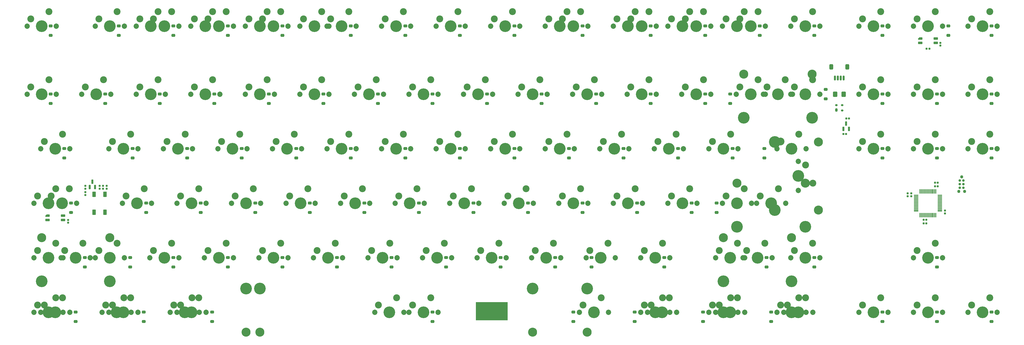
<source format=gbr>
%TF.GenerationSoftware,KiCad,Pcbnew,8.0.4*%
%TF.CreationDate,2024-07-23T19:32:07+08:00*%
%TF.ProjectId,X88J,5838384a-2e6b-4696-9361-645f70636258,rev?*%
%TF.SameCoordinates,Original*%
%TF.FileFunction,Soldermask,Bot*%
%TF.FilePolarity,Negative*%
%FSLAX46Y46*%
G04 Gerber Fmt 4.6, Leading zero omitted, Abs format (unit mm)*
G04 Created by KiCad (PCBNEW 8.0.4) date 2024-07-23 19:32:07*
%MOMM*%
%LPD*%
G01*
G04 APERTURE LIST*
G04 Aperture macros list*
%AMRoundRect*
0 Rectangle with rounded corners*
0 $1 Rounding radius*
0 $2 $3 $4 $5 $6 $7 $8 $9 X,Y pos of 4 corners*
0 Add a 4 corners polygon primitive as box body*
4,1,4,$2,$3,$4,$5,$6,$7,$8,$9,$2,$3,0*
0 Add four circle primitives for the rounded corners*
1,1,$1+$1,$2,$3*
1,1,$1+$1,$4,$5*
1,1,$1+$1,$6,$7*
1,1,$1+$1,$8,$9*
0 Add four rect primitives between the rounded corners*
20,1,$1+$1,$2,$3,$4,$5,0*
20,1,$1+$1,$4,$5,$6,$7,0*
20,1,$1+$1,$6,$7,$8,$9,0*
20,1,$1+$1,$8,$9,$2,$3,0*%
%AMFreePoly0*
4,1,35,0.337950,0.725020,0.369330,0.718778,0.387713,0.711163,0.414316,0.693388,0.428388,0.679316,0.446163,0.652713,0.453778,0.634330,0.460020,0.602950,0.461000,0.593000,0.461000,-0.593000,0.460020,-0.602950,0.453778,-0.634330,0.446163,-0.652713,0.428388,-0.679316,0.414316,-0.693388,0.387713,-0.711163,0.369330,-0.718778,0.337950,-0.725020,0.328000,-0.726000,0.000000,-0.726000,
-0.036062,-0.711062,-0.446062,-0.301062,-0.461000,-0.265000,-0.461000,0.593000,-0.460020,0.602950,-0.453778,0.634330,-0.446163,0.652713,-0.428388,0.679316,-0.414316,0.693388,-0.387713,0.711163,-0.369330,0.718778,-0.337950,0.725020,-0.328000,0.726000,0.328000,0.726000,0.337950,0.725020,0.337950,0.725020,$1*%
G04 Aperture macros list end*
%ADD10C,0.100000*%
%ADD11C,1.852000*%
%ADD12C,4.089800*%
%ADD13C,2.402000*%
%ADD14C,3.150000*%
%ADD15C,2.702000*%
%ADD16RoundRect,0.250500X0.400500X-0.250500X0.400500X0.250500X-0.400500X0.250500X-0.400500X-0.250500X0*%
%ADD17RoundRect,0.100500X0.100500X-0.688000X0.100500X0.688000X-0.100500X0.688000X-0.100500X-0.688000X0*%
%ADD18RoundRect,0.100500X0.688000X-0.100500X0.688000X0.100500X-0.688000X0.100500X-0.688000X-0.100500X0*%
%ADD19RoundRect,0.160500X-0.210500X0.160500X-0.210500X-0.160500X0.210500X-0.160500X0.210500X0.160500X0*%
%ADD20RoundRect,0.160500X-0.160500X-0.210500X0.160500X-0.210500X0.160500X0.210500X-0.160500X0.210500X0*%
%ADD21RoundRect,0.165500X0.165500X0.195500X-0.165500X0.195500X-0.165500X-0.195500X0.165500X-0.195500X0*%
%ADD22RoundRect,0.051000X-0.500000X0.850000X-0.500000X-0.850000X0.500000X-0.850000X0.500000X0.850000X0*%
%ADD23RoundRect,0.092200X-0.633800X0.368800X-0.633800X-0.368800X0.633800X-0.368800X0.633800X0.368800X0*%
%ADD24FreePoly0,270.000000*%
%ADD25RoundRect,0.165500X-0.195500X0.165500X-0.195500X-0.165500X0.195500X-0.165500X0.195500X0.165500X0*%
%ADD26RoundRect,0.175500X0.175500X-0.613000X0.175500X0.613000X-0.175500X0.613000X-0.175500X-0.613000X0*%
%ADD27RoundRect,0.165500X0.195500X-0.165500X0.195500X0.165500X-0.195500X0.165500X-0.195500X-0.165500X0*%
%ADD28RoundRect,0.175500X-0.175500X-0.650500X0.175500X-0.650500X0.175500X0.650500X-0.175500X0.650500X0*%
%ADD29RoundRect,0.271250X-0.379750X-0.679750X0.379750X-0.679750X0.379750X0.679750X-0.379750X0.679750X0*%
%ADD30RoundRect,0.200500X-0.200500X-0.350500X0.200500X-0.350500X0.200500X0.350500X-0.200500X0.350500X0*%
%ADD31RoundRect,0.175500X-0.225500X-0.175500X0.225500X-0.175500X0.225500X0.175500X-0.225500X0.175500X0*%
%ADD32C,1.092600*%
%ADD33C,0.889400*%
%ADD34RoundRect,0.165500X-0.165500X-0.195500X0.165500X-0.195500X0.165500X0.195500X-0.165500X0.195500X0*%
%ADD35RoundRect,0.160500X0.210500X-0.160500X0.210500X0.160500X-0.210500X0.160500X-0.210500X-0.160500X0*%
%ADD36RoundRect,0.267895X0.495605X0.658105X-0.495605X0.658105X-0.495605X-0.658105X0.495605X-0.658105X0*%
G04 APERTURE END LIST*
D10*
%TO.C,G1*%
X162662500Y-102750000D02*
X151662500Y-102750000D01*
X151662500Y-96500000D01*
X162662500Y-96500000D01*
X162662500Y-102750000D01*
G36*
X162662500Y-102750000D02*
G01*
X151662500Y-102750000D01*
X151662500Y-96500000D01*
X162662500Y-96500000D01*
X162662500Y-102750000D01*
G37*
%TD*%
D11*
%TO.C,MX104*%
X233045000Y-100012500D03*
D12*
X238125000Y-100012500D03*
D11*
X243205000Y-100012500D03*
D13*
X234315000Y-97472500D03*
X240665000Y-94932500D03*
%TD*%
D14*
%TO.C,S3*%
X242887500Y-54927500D03*
D12*
X242887500Y-70167500D03*
D14*
X266700000Y-54927500D03*
D12*
X266700000Y-70167500D03*
%TD*%
D11*
%TO.C,MX15*%
X285432500Y0D03*
D12*
X290512500Y0D03*
D11*
X295592500Y0D03*
D13*
X286702500Y2540000D03*
X293052500Y5080000D03*
%TD*%
D11*
%TO.C,MX35*%
X90170000Y-23812500D03*
D12*
X95250000Y-23812500D03*
D11*
X100330000Y-23812500D03*
D13*
X91440000Y-21272500D03*
X97790000Y-18732500D03*
%TD*%
D11*
%TO.C,MX53*%
X99695000Y-42862500D03*
D12*
X104775000Y-42862500D03*
D11*
X109855000Y-42862500D03*
D13*
X100965000Y-40322500D03*
X107315000Y-37782500D03*
%TD*%
D11*
%TO.C,MX78*%
X249713750Y-61912500D03*
D12*
X254793750Y-61912500D03*
D11*
X259873750Y-61912500D03*
D13*
X250983750Y-59372500D03*
X257333750Y-56832500D03*
%TD*%
D11*
%TO.C,MX5*%
X75882500Y0D03*
D12*
X80962500Y0D03*
D11*
X86042500Y0D03*
D13*
X77152500Y2540000D03*
X83502500Y5080000D03*
%TD*%
D11*
%TO.C,MX89*%
X152082500Y-80962500D03*
D12*
X157162500Y-80962500D03*
D11*
X162242500Y-80962500D03*
D13*
X153352500Y-78422500D03*
X159702500Y-75882500D03*
%TD*%
D11*
%TO.C,MX7*%
X118745000Y0D03*
D12*
X123825000Y0D03*
D11*
X128905000Y0D03*
D13*
X120015000Y2540000D03*
X126365000Y5080000D03*
%TD*%
D11*
%TO.C,MX115*%
X235426250Y-100012500D03*
D12*
X240506250Y-100012500D03*
D11*
X245586250Y-100012500D03*
D13*
X236696250Y-97472500D03*
X243046250Y-94932500D03*
%TD*%
D11*
%TO.C,MX109*%
X-2698750Y-100012500D03*
D12*
X2381250Y-100012500D03*
D11*
X7461250Y-100012500D03*
D13*
X-1428750Y-97472500D03*
X4921250Y-94932500D03*
%TD*%
D11*
%TO.C,MX54*%
X118745000Y-42862500D03*
D12*
X123825000Y-42862500D03*
D11*
X128905000Y-42862500D03*
D13*
X120015000Y-40322500D03*
X126365000Y-37782500D03*
%TD*%
D11*
%TO.C,MX68*%
X47307500Y-61912500D03*
D12*
X52387500Y-61912500D03*
D11*
X57467500Y-61912500D03*
D13*
X48577500Y-59372500D03*
X54927500Y-56832500D03*
%TD*%
D11*
%TO.C,MX116*%
X259238750Y-100012500D03*
D12*
X264318750Y-100012500D03*
D11*
X269398750Y-100012500D03*
D13*
X260508750Y-97472500D03*
X266858750Y-94932500D03*
%TD*%
D11*
%TO.C,MX6*%
X99695000Y0D03*
D12*
X104775000Y0D03*
D11*
X109855000Y0D03*
D13*
X100965000Y2540000D03*
X107315000Y5080000D03*
%TD*%
D11*
%TO.C,MX94*%
X304482500Y-80962500D03*
D12*
X309562500Y-80962500D03*
D11*
X314642500Y-80962500D03*
D13*
X305752500Y-78422500D03*
X312102500Y-75882500D03*
%TD*%
D11*
%TO.C,MX81*%
X237807500Y-61912500D03*
D12*
X242887500Y-61912500D03*
D11*
X247967500Y-61912500D03*
D13*
X239077500Y-59372500D03*
X245427500Y-56832500D03*
%TD*%
D11*
%TO.C,MX19*%
X52070000Y0D03*
D12*
X57150000Y0D03*
D11*
X62230000Y0D03*
D13*
X53340000Y2540000D03*
X59690000Y5080000D03*
%TD*%
D11*
%TO.C,MX28*%
X242570000Y0D03*
D12*
X247650000Y0D03*
D11*
X252730000Y0D03*
D13*
X243840000Y2540000D03*
X250190000Y5080000D03*
%TD*%
D11*
%TO.C,MX108*%
X323532500Y-100012500D03*
D12*
X328612500Y-100012500D03*
D11*
X333692500Y-100012500D03*
D13*
X324802500Y-97472500D03*
X331152500Y-94932500D03*
%TD*%
D11*
%TO.C,MX9*%
X156845000Y0D03*
D12*
X161925000Y0D03*
D11*
X167005000Y0D03*
D13*
X158115000Y2540000D03*
X164465000Y5080000D03*
%TD*%
D11*
%TO.C,MX17*%
X323532500Y0D03*
D12*
X328612500Y0D03*
D11*
X333692500Y0D03*
D13*
X324802500Y2540000D03*
X331152500Y5080000D03*
%TD*%
D11*
%TO.C,MX42*%
X223520000Y-23812500D03*
D12*
X228600000Y-23812500D03*
D11*
X233680000Y-23812500D03*
D13*
X224790000Y-21272500D03*
X231140000Y-18732500D03*
%TD*%
D11*
%TO.C,MX82*%
X6826250Y-80962500D03*
D12*
X11906250Y-80962500D03*
D11*
X16986250Y-80962500D03*
D13*
X8096250Y-78422500D03*
X14446250Y-75882500D03*
%TD*%
D11*
%TO.C,MX88*%
X133032500Y-80962500D03*
D12*
X138112500Y-80962500D03*
D11*
X143192500Y-80962500D03*
D13*
X134302500Y-78422500D03*
X140652500Y-75882500D03*
%TD*%
D11*
%TO.C,MX113*%
X187801250Y-100012500D03*
D12*
X192881250Y-100012500D03*
D11*
X197961250Y-100012500D03*
D13*
X189071250Y-97472500D03*
X195421250Y-94932500D03*
%TD*%
D11*
%TO.C,MX34*%
X71120000Y-23812500D03*
D12*
X76200000Y-23812500D03*
D11*
X81280000Y-23812500D03*
D13*
X72390000Y-21272500D03*
X78740000Y-18732500D03*
%TD*%
D11*
%TO.C,MX92*%
X209232500Y-80962500D03*
D12*
X214312500Y-80962500D03*
D11*
X219392500Y-80962500D03*
D13*
X210502500Y-78422500D03*
X216852500Y-75882500D03*
%TD*%
D11*
%TO.C,MX4*%
X56832500Y0D03*
D12*
X61912500Y0D03*
D11*
X66992500Y0D03*
D13*
X58102500Y2540000D03*
X64452500Y5080000D03*
%TD*%
D11*
%TO.C,MX52*%
X80645000Y-42862500D03*
D12*
X85725000Y-42862500D03*
D11*
X90805000Y-42862500D03*
D13*
X81915000Y-40322500D03*
X88265000Y-37782500D03*
%TD*%
D11*
%TO.C,MX37*%
X128270000Y-23812500D03*
D12*
X133350000Y-23812500D03*
D11*
X138430000Y-23812500D03*
D13*
X129540000Y-21272500D03*
X135890000Y-18732500D03*
%TD*%
D11*
%TO.C,MX85*%
X75882500Y-80962500D03*
D12*
X80962500Y-80962500D03*
D11*
X86042500Y-80962500D03*
D13*
X77152500Y-78422500D03*
X83502500Y-75882500D03*
%TD*%
D11*
%TO.C,MX25*%
X175895000Y0D03*
D12*
X180975000Y0D03*
D11*
X186055000Y0D03*
D13*
X177165000Y2540000D03*
X183515000Y5080000D03*
%TD*%
D11*
%TO.C,MX18*%
X33020000Y0D03*
D12*
X38100000Y0D03*
D11*
X43180000Y0D03*
D13*
X34290000Y2540000D03*
X40640000Y5080000D03*
%TD*%
D11*
%TO.C,MX100*%
X23495000Y-100012500D03*
D12*
X28575000Y-100012500D03*
D11*
X33655000Y-100012500D03*
D13*
X24765000Y-97472500D03*
X31115000Y-94932500D03*
%TD*%
D12*
%TO.C,S2*%
X256063750Y-40481250D03*
X256063750Y-64293750D03*
D14*
X271303750Y-40481250D03*
X271303750Y-64293750D03*
%TD*%
D11*
%TO.C,MX38*%
X147320000Y-23812500D03*
D12*
X152400000Y-23812500D03*
D11*
X157480000Y-23812500D03*
D13*
X148590000Y-21272500D03*
X154940000Y-18732500D03*
%TD*%
D11*
%TO.C,MX31*%
X13970000Y-23812500D03*
D12*
X19050000Y-23812500D03*
D11*
X24130000Y-23812500D03*
D13*
X15240000Y-21272500D03*
X21590000Y-18732500D03*
%TD*%
D11*
%TO.C,MX106*%
X285432500Y-100012500D03*
D12*
X290512500Y-100012500D03*
D11*
X295592500Y-100012500D03*
D13*
X286702500Y-97472500D03*
X293052500Y-94932500D03*
%TD*%
D14*
%TO.C,S7*%
X171450000Y-106997500D03*
D12*
X171450000Y-91757500D03*
D14*
X71437500Y-106997500D03*
D12*
X71437500Y-91757500D03*
%TD*%
D11*
%TO.C,MX12*%
X218757500Y0D03*
D12*
X223837500Y0D03*
D11*
X228917500Y0D03*
D13*
X220027500Y2540000D03*
X226377500Y5080000D03*
%TD*%
D11*
%TO.C,MX72*%
X123507500Y-61912500D03*
D12*
X128587500Y-61912500D03*
D11*
X133667500Y-61912500D03*
D13*
X124777500Y-59372500D03*
X131127500Y-56832500D03*
%TD*%
D11*
%TO.C,MX74*%
X161607500Y-61912500D03*
D12*
X166687500Y-61912500D03*
D11*
X171767500Y-61912500D03*
D13*
X162877500Y-59372500D03*
X169227500Y-56832500D03*
%TD*%
D11*
%TO.C,MX90*%
X171132500Y-80962500D03*
D12*
X176212500Y-80962500D03*
D11*
X181292500Y-80962500D03*
D13*
X172402500Y-78422500D03*
X178752500Y-75882500D03*
%TD*%
D11*
%TO.C,MX10*%
X180657500Y0D03*
D12*
X185737500Y0D03*
D11*
X190817500Y0D03*
D13*
X181927500Y2540000D03*
X188277500Y5080000D03*
%TD*%
D11*
%TO.C,MX87*%
X113982500Y-80962500D03*
D12*
X119062500Y-80962500D03*
D11*
X124142500Y-80962500D03*
D13*
X115252500Y-78422500D03*
X121602500Y-75882500D03*
%TD*%
D11*
%TO.C,MX64*%
X323532500Y-42862500D03*
D12*
X328612500Y-42862500D03*
D11*
X333692500Y-42862500D03*
D13*
X324802500Y-40322500D03*
X331152500Y-37782500D03*
%TD*%
D11*
%TO.C,MX2*%
X18732500Y0D03*
D12*
X23812500Y0D03*
D11*
X28892500Y0D03*
D13*
X20002500Y2540000D03*
X26352500Y5080000D03*
%TD*%
D11*
%TO.C,MX70*%
X85407500Y-61912500D03*
D12*
X90487500Y-61912500D03*
D11*
X95567500Y-61912500D03*
D13*
X86677500Y-59372500D03*
X93027500Y-56832500D03*
%TD*%
D11*
%TO.C,MX76*%
X199707500Y-61912500D03*
D12*
X204787500Y-61912500D03*
D11*
X209867500Y-61912500D03*
D13*
X200977500Y-59372500D03*
X207327500Y-56832500D03*
%TD*%
D11*
%TO.C,MX45*%
X304482500Y-23812500D03*
D12*
X309562500Y-23812500D03*
D11*
X314642500Y-23812500D03*
D13*
X305752500Y-21272500D03*
X312102500Y-18732500D03*
%TD*%
D11*
%TO.C,MX16*%
X304482500Y0D03*
D12*
X309562500Y0D03*
D11*
X314642500Y0D03*
D13*
X305752500Y2540000D03*
X312102500Y5080000D03*
%TD*%
D11*
%TO.C,MX48*%
X-317500Y-42862500D03*
D12*
X4762500Y-42862500D03*
D11*
X9842500Y-42862500D03*
D13*
X952500Y-40322500D03*
X7302500Y-37782500D03*
%TD*%
D11*
%TO.C,MX55*%
X137795000Y-42862500D03*
D12*
X142875000Y-42862500D03*
D11*
X147955000Y-42862500D03*
D13*
X139065000Y-40322500D03*
X145415000Y-37782500D03*
%TD*%
D11*
%TO.C,MX3*%
X37782500Y0D03*
D12*
X42862500Y0D03*
D11*
X47942500Y0D03*
D13*
X39052500Y2540000D03*
X45402500Y5080000D03*
%TD*%
D11*
%TO.C,MX63*%
X304482500Y-42862500D03*
D12*
X309562500Y-42862500D03*
D11*
X314642500Y-42862500D03*
D13*
X305752500Y-40322500D03*
X312102500Y-37782500D03*
%TD*%
D11*
%TO.C,MX46*%
X323532500Y-23812500D03*
D12*
X328612500Y-23812500D03*
D11*
X333692500Y-23812500D03*
D13*
X324802500Y-21272500D03*
X331152500Y-18732500D03*
%TD*%
D11*
%TO.C,MX67*%
X28257500Y-61912500D03*
D12*
X33337500Y-61912500D03*
D11*
X38417500Y-61912500D03*
D13*
X29527500Y-59372500D03*
X35877500Y-56832500D03*
%TD*%
D11*
%TO.C,MX59*%
X213995000Y-42862500D03*
D12*
X219075000Y-42862500D03*
D11*
X224155000Y-42862500D03*
D13*
X215265000Y-40322500D03*
X221615000Y-37782500D03*
%TD*%
D11*
%TO.C,MX110*%
X21113750Y-100012500D03*
D12*
X26193750Y-100012500D03*
D11*
X31273750Y-100012500D03*
D13*
X22383750Y-97472500D03*
X28733750Y-94932500D03*
%TD*%
D11*
%TO.C,MX60*%
X233045000Y-42862500D03*
D12*
X238125000Y-42862500D03*
D11*
X243205000Y-42862500D03*
D13*
X234315000Y-40322500D03*
X240665000Y-37782500D03*
%TD*%
D11*
%TO.C,MX32*%
X33020000Y-23812500D03*
D12*
X38100000Y-23812500D03*
D11*
X43180000Y-23812500D03*
D13*
X34290000Y-21272500D03*
X40640000Y-18732500D03*
%TD*%
D11*
%TO.C,MX97*%
X235426250Y-80962500D03*
D12*
X240506250Y-80962500D03*
D11*
X245586250Y-80962500D03*
D13*
X236696250Y-78422500D03*
X243046250Y-75882500D03*
%TD*%
D11*
%TO.C,MX51*%
X61595000Y-42862500D03*
D12*
X66675000Y-42862500D03*
D11*
X71755000Y-42862500D03*
D13*
X62865000Y-40322500D03*
X69215000Y-37782500D03*
%TD*%
D14*
%TO.C,S4*%
X238125000Y-73977500D03*
D12*
X238125000Y-89217500D03*
D14*
X261937500Y-73977500D03*
D12*
X261937500Y-89217500D03*
%TD*%
D11*
%TO.C,MX112*%
X116363750Y-100012500D03*
D12*
X121443750Y-100012500D03*
D11*
X126523750Y-100012500D03*
D13*
X117633750Y-97472500D03*
X123983750Y-94932500D03*
%TD*%
D11*
%TO.C,MX84*%
X56832500Y-80962500D03*
D12*
X61912500Y-80962500D03*
D11*
X66992500Y-80962500D03*
D13*
X58102500Y-78422500D03*
X64452500Y-75882500D03*
%TD*%
D11*
%TO.C,MX75*%
X180657500Y-61912500D03*
D12*
X185737500Y-61912500D03*
D11*
X190817500Y-61912500D03*
D13*
X181927500Y-59372500D03*
X188277500Y-56832500D03*
%TD*%
D11*
%TO.C,MX96*%
X18732500Y-80962500D03*
D12*
X23812500Y-80962500D03*
D11*
X28892500Y-80962500D03*
D13*
X20002500Y-78422500D03*
X26352500Y-75882500D03*
%TD*%
D14*
%TO.C,S5*%
X0Y-73977500D03*
D12*
X0Y-89217500D03*
D14*
X23812500Y-73977500D03*
D12*
X23812500Y-89217500D03*
%TD*%
D11*
%TO.C,MX91*%
X190182500Y-80962500D03*
D12*
X195262500Y-80962500D03*
D11*
X200342500Y-80962500D03*
D13*
X191452500Y-78422500D03*
X197802500Y-75882500D03*
%TD*%
D11*
%TO.C,MX114*%
X211613750Y-100012500D03*
D12*
X216693750Y-100012500D03*
D11*
X221773750Y-100012500D03*
D13*
X212883750Y-97472500D03*
X219233750Y-94932500D03*
%TD*%
D11*
%TO.C,MX43*%
X252095000Y-23812500D03*
D12*
X257175000Y-23812500D03*
D11*
X262255000Y-23812500D03*
D13*
X253365000Y-21272500D03*
X259715000Y-18732500D03*
%TD*%
D11*
%TO.C,MX65*%
X264318750Y-47307500D03*
D12*
X264318750Y-52387500D03*
D11*
X264318750Y-57467500D03*
D13*
X266858750Y-48577500D03*
X269398750Y-54927500D03*
%TD*%
D11*
%TO.C,MX98*%
X261620000Y-80962500D03*
D12*
X266700000Y-80962500D03*
D11*
X271780000Y-80962500D03*
D13*
X262890000Y-78422500D03*
X269240000Y-75882500D03*
%TD*%
D11*
%TO.C,MX80*%
X2063750Y-61912500D03*
D12*
X7143750Y-61912500D03*
D11*
X12223750Y-61912500D03*
D13*
X3333750Y-59372500D03*
X9683750Y-56832500D03*
%TD*%
D11*
%TO.C,MX1*%
X-5080000Y0D03*
D12*
X0Y0D03*
D11*
X5080000Y0D03*
D13*
X-3810000Y2540000D03*
X2540000Y5080000D03*
%TD*%
D11*
%TO.C,MX41*%
X204470000Y-23812500D03*
D12*
X209550000Y-23812500D03*
D11*
X214630000Y-23812500D03*
D13*
X205740000Y-21272500D03*
X212090000Y-18732500D03*
%TD*%
D14*
%TO.C,S6*%
X190500000Y-106997500D03*
D12*
X190500000Y-91757500D03*
D14*
X76200000Y-106997500D03*
D12*
X76200000Y-91757500D03*
%TD*%
D11*
%TO.C,MX66*%
X-2698750Y-61912500D03*
D12*
X2381250Y-61912500D03*
D11*
X7461250Y-61912500D03*
D13*
X-1428750Y-59372500D03*
X4921250Y-56832500D03*
%TD*%
D11*
%TO.C,MX71*%
X104457500Y-61912500D03*
D12*
X109537500Y-61912500D03*
D11*
X114617500Y-61912500D03*
D13*
X105727500Y-59372500D03*
X112077500Y-56832500D03*
%TD*%
D11*
%TO.C,MX93*%
X244951250Y-80962500D03*
D12*
X250031250Y-80962500D03*
D11*
X255111250Y-80962500D03*
D13*
X246221250Y-78422500D03*
X252571250Y-75882500D03*
%TD*%
D11*
%TO.C,MX49*%
X23495000Y-42862500D03*
D12*
X28575000Y-42862500D03*
D11*
X33655000Y-42862500D03*
D13*
X24765000Y-40322500D03*
X31115000Y-37782500D03*
%TD*%
D11*
%TO.C,MX11*%
X199707500Y0D03*
D12*
X204787500Y0D03*
D11*
X209867500Y0D03*
D13*
X200977500Y2540000D03*
X207327500Y5080000D03*
%TD*%
D11*
%TO.C,MX39*%
X166370000Y-23812500D03*
D12*
X171450000Y-23812500D03*
D11*
X176530000Y-23812500D03*
D13*
X167640000Y-21272500D03*
X173990000Y-18732500D03*
%TD*%
D11*
%TO.C,MX69*%
X66357500Y-61912500D03*
D12*
X71437500Y-61912500D03*
D11*
X76517500Y-61912500D03*
D13*
X67627500Y-59372500D03*
X73977500Y-56832500D03*
%TD*%
D11*
%TO.C,MX77*%
X218757500Y-61912500D03*
D12*
X223837500Y-61912500D03*
D11*
X228917500Y-61912500D03*
D13*
X220027500Y-59372500D03*
X226377500Y-56832500D03*
%TD*%
D11*
%TO.C,MX27*%
X223520000Y0D03*
D12*
X228600000Y0D03*
D11*
X233680000Y0D03*
D13*
X224790000Y2540000D03*
X231140000Y5080000D03*
%TD*%
D11*
%TO.C,MX62*%
X285432500Y-42862500D03*
D12*
X290512500Y-42862500D03*
D11*
X295592500Y-42862500D03*
D13*
X286702500Y-40322500D03*
X293052500Y-37782500D03*
%TD*%
D11*
%TO.C,MX57*%
X175895000Y-42862500D03*
D12*
X180975000Y-42862500D03*
D11*
X186055000Y-42862500D03*
D13*
X177165000Y-40322500D03*
X183515000Y-37782500D03*
%TD*%
D11*
%TO.C,MX107*%
X304482500Y-100012500D03*
D12*
X309562500Y-100012500D03*
D11*
X314642500Y-100012500D03*
D13*
X305752500Y-97472500D03*
X312102500Y-94932500D03*
%TD*%
D11*
%TO.C,MX56*%
X156845000Y-42862500D03*
D12*
X161925000Y-42862500D03*
D11*
X167005000Y-42862500D03*
D13*
X158115000Y-40322500D03*
X164465000Y-37782500D03*
%TD*%
D11*
%TO.C,MX111*%
X44926250Y-100012500D03*
D12*
X50006250Y-100012500D03*
D11*
X55086250Y-100012500D03*
D13*
X46196250Y-97472500D03*
X52546250Y-94932500D03*
%TD*%
D11*
%TO.C,MX101*%
X47307500Y-100012500D03*
D12*
X52387500Y-100012500D03*
D11*
X57467500Y-100012500D03*
D13*
X48577500Y-97472500D03*
X54927500Y-94932500D03*
%TD*%
D11*
%TO.C,MX13*%
X237807500Y0D03*
D12*
X242887500Y0D03*
D11*
X247967500Y0D03*
D13*
X239077500Y2540000D03*
X245427500Y5080000D03*
%TD*%
D11*
%TO.C,MX21*%
X90170000Y0D03*
D12*
X95250000Y0D03*
D11*
X100330000Y0D03*
D13*
X91440000Y2540000D03*
X97790000Y5080000D03*
%TD*%
D11*
%TO.C,MX14*%
X261620000Y0D03*
D12*
X266700000Y0D03*
D11*
X271780000Y0D03*
D13*
X262890000Y2540000D03*
X269240000Y5080000D03*
%TD*%
D11*
%TO.C,MX40*%
X185420000Y-23812500D03*
D12*
X190500000Y-23812500D03*
D11*
X195580000Y-23812500D03*
D13*
X186690000Y-21272500D03*
X193040000Y-18732500D03*
%TD*%
D11*
%TO.C,MX26*%
X204470000Y0D03*
D12*
X209550000Y0D03*
D11*
X214630000Y0D03*
D13*
X205740000Y2540000D03*
X212090000Y5080000D03*
%TD*%
D11*
%TO.C,MX95*%
X-2698750Y-80962500D03*
D12*
X2381250Y-80962500D03*
D11*
X7461250Y-80962500D03*
D13*
X-1428750Y-78422500D03*
X4921250Y-75882500D03*
%TD*%
D11*
%TO.C,MX50*%
X42545000Y-42862500D03*
D12*
X47625000Y-42862500D03*
D11*
X52705000Y-42862500D03*
D13*
X43815000Y-40322500D03*
X50165000Y-37782500D03*
%TD*%
D11*
%TO.C,MX44*%
X285432500Y-23812500D03*
D12*
X290512500Y-23812500D03*
D11*
X295592500Y-23812500D03*
D13*
X286702500Y-21272500D03*
X293052500Y-18732500D03*
%TD*%
D11*
%TO.C,MX58*%
X194945000Y-42862500D03*
D12*
X200025000Y-42862500D03*
D11*
X205105000Y-42862500D03*
D13*
X196215000Y-40322500D03*
X202565000Y-37782500D03*
%TD*%
D11*
%TO.C,MX8*%
X137795000Y0D03*
D12*
X142875000Y0D03*
D11*
X147955000Y0D03*
D13*
X139065000Y2540000D03*
X145415000Y5080000D03*
%TD*%
D11*
%TO.C,MX99*%
X-317500Y-100012500D03*
D12*
X4762500Y-100012500D03*
D11*
X9842500Y-100012500D03*
D13*
X952500Y-97472500D03*
X7302500Y-94932500D03*
%TD*%
D11*
%TO.C,MX103*%
X209232500Y-100012500D03*
D12*
X214312500Y-100012500D03*
D11*
X219392500Y-100012500D03*
D13*
X210502500Y-97472500D03*
X216852500Y-94932500D03*
%TD*%
D11*
%TO.C,MX36*%
X109220000Y-23812500D03*
D12*
X114300000Y-23812500D03*
D11*
X119380000Y-23812500D03*
D13*
X110490000Y-21272500D03*
X116840000Y-18732500D03*
%TD*%
D11*
%TO.C,MX86*%
X94932500Y-80962500D03*
D12*
X100012500Y-80962500D03*
D11*
X105092500Y-80962500D03*
D13*
X96202500Y-78422500D03*
X102552500Y-75882500D03*
%TD*%
D11*
%TO.C,MX20*%
X71120000Y0D03*
D12*
X76200000Y0D03*
D11*
X81280000Y0D03*
D13*
X72390000Y2540000D03*
X78740000Y5080000D03*
%TD*%
D11*
%TO.C,MX73*%
X142557500Y-61912500D03*
D12*
X147637500Y-61912500D03*
D11*
X152717500Y-61912500D03*
D13*
X143827500Y-59372500D03*
X150177500Y-56832500D03*
%TD*%
D11*
%TO.C,MX30*%
X-5080000Y-23812500D03*
D12*
X0Y-23812500D03*
D11*
X5080000Y-23812500D03*
D13*
X-3810000Y-21272500D03*
X2540000Y-18732500D03*
%TD*%
D11*
%TO.C,MX47*%
X242570000Y-23812500D03*
D12*
X247650000Y-23812500D03*
D11*
X252730000Y-23812500D03*
D13*
X243840000Y-21272500D03*
X250190000Y-18732500D03*
%TD*%
D11*
%TO.C,MX105*%
X256857500Y-100012500D03*
D12*
X261937500Y-100012500D03*
D11*
X267017500Y-100012500D03*
D13*
X258127500Y-97472500D03*
X264477500Y-94932500D03*
%TD*%
D11*
%TO.C,MX33*%
X52070000Y-23812500D03*
D12*
X57150000Y-23812500D03*
D11*
X62230000Y-23812500D03*
D13*
X53340000Y-21272500D03*
X59690000Y-18732500D03*
%TD*%
D11*
%TO.C,MX61*%
X256857500Y-42862500D03*
D12*
X261937500Y-42862500D03*
D11*
X267017500Y-42862500D03*
D15*
X258127500Y-40322500D03*
D13*
X264477500Y-37782500D03*
%TD*%
D11*
%TO.C,MX83*%
X37782500Y-80962500D03*
D12*
X42862500Y-80962500D03*
D11*
X47942500Y-80962500D03*
D13*
X39052500Y-78422500D03*
X45402500Y-75882500D03*
%TD*%
D14*
%TO.C,S1*%
X245268750Y-16827500D03*
D12*
X245268750Y-32067500D03*
D14*
X269081250Y-16827500D03*
D12*
X269081250Y-32067500D03*
%TD*%
D11*
%TO.C,MX79*%
X261620000Y-23812500D03*
D12*
X266700000Y-23812500D03*
D11*
X271780000Y-23812500D03*
D13*
X262890000Y-21272500D03*
X269240000Y-18732500D03*
%TD*%
D11*
%TO.C,MX102*%
X128270000Y-100012500D03*
D12*
X133350000Y-100012500D03*
D11*
X138430000Y-100012500D03*
D13*
X129540000Y-97472500D03*
X135890000Y-94932500D03*
%TD*%
D16*
%TO.C,D55*%
X55562500Y-65150000D03*
X55562500Y-61850000D03*
%TD*%
%TO.C,D82*%
X11906250Y-103250000D03*
X11906250Y-99950000D03*
%TD*%
%TO.C,D7*%
X107950000Y-3237500D03*
X107950000Y62500D03*
%TD*%
%TO.C,D35*%
X331787500Y-27050000D03*
X331787500Y-23750000D03*
%TD*%
D17*
%TO.C,U2*%
X312312500Y-66075000D03*
X311812500Y-66075000D03*
X311312500Y-66075000D03*
X310812500Y-66075000D03*
X310312500Y-66075000D03*
X309812500Y-66075000D03*
X309312500Y-66075000D03*
X308812500Y-66075000D03*
X308312500Y-66075000D03*
X307812500Y-66075000D03*
X307312500Y-66075000D03*
X306812500Y-66075000D03*
D18*
X305400000Y-64662500D03*
X305400000Y-64162500D03*
X305400000Y-63662500D03*
X305400000Y-63162500D03*
X305400000Y-62662500D03*
X305400000Y-62162500D03*
X305400000Y-61662500D03*
X305400000Y-61162500D03*
X305400000Y-60662500D03*
X305400000Y-60162500D03*
X305400000Y-59662500D03*
X305400000Y-59162500D03*
D17*
X306812500Y-57750000D03*
X307312500Y-57750000D03*
X307812500Y-57750000D03*
X308312500Y-57750000D03*
X308812500Y-57750000D03*
X309312500Y-57750000D03*
X309812500Y-57750000D03*
X310312500Y-57750000D03*
X310812500Y-57750000D03*
X311312500Y-57750000D03*
X311812500Y-57750000D03*
X312312500Y-57750000D03*
D18*
X313725000Y-59162500D03*
X313725000Y-59662500D03*
X313725000Y-60162500D03*
X313725000Y-60662500D03*
X313725000Y-61162500D03*
X313725000Y-61662500D03*
X313725000Y-62162500D03*
X313725000Y-62662500D03*
X313725000Y-63162500D03*
X313725000Y-63662500D03*
X313725000Y-64162500D03*
X313725000Y-64662500D03*
%TD*%
D16*
%TO.C,D65*%
X235743750Y-65150000D03*
X235743750Y-61850000D03*
%TD*%
%TO.C,D48*%
X241300000Y-46100000D03*
X241300000Y-42800000D03*
%TD*%
%TO.C,D88*%
X230981250Y-103250000D03*
X230981250Y-99950000D03*
%TD*%
%TO.C,D78*%
X217487500Y-84200000D03*
X217487500Y-80900000D03*
%TD*%
%TO.C,D6*%
X84137500Y-3237500D03*
X84137500Y62500D03*
%TD*%
%TO.C,D20*%
X22225000Y-27050000D03*
X22225000Y-23750000D03*
%TD*%
D19*
%TO.C,RR2*%
X22750000Y-55802500D03*
X22750000Y-56822500D03*
%TD*%
D20*
%TO.C,R3*%
X309052500Y-7937500D03*
X310072500Y-7937500D03*
%TD*%
D16*
%TO.C,D46*%
X203200000Y-46100000D03*
X203200000Y-42800000D03*
%TD*%
%TO.C,D57*%
X93662500Y-65150000D03*
X93662500Y-61850000D03*
%TD*%
%TO.C,D81*%
X312737500Y-84200000D03*
X312737500Y-80900000D03*
%TD*%
%TO.C,D42*%
X127000000Y-46100000D03*
X127000000Y-42800000D03*
%TD*%
%TO.C,D89*%
X254793750Y-103250000D03*
X254793750Y-99950000D03*
%TD*%
%TO.C,D49*%
X252412500Y-46100000D03*
X252412500Y-42800000D03*
%TD*%
%TO.C,D58*%
X112712500Y-65150000D03*
X112712500Y-61850000D03*
%TD*%
%TO.C,D53*%
X10318750Y-65150000D03*
X10318750Y-61850000D03*
%TD*%
%TO.C,D61*%
X169862500Y-65150000D03*
X169862500Y-61850000D03*
%TD*%
%TO.C,D37*%
X31750000Y-46100000D03*
X31750000Y-42800000D03*
%TD*%
D21*
%TO.C,C5*%
X280980000Y-37725000D03*
X280020000Y-37725000D03*
%TD*%
D22*
%TO.C,SWR1*%
X18340625Y-58762500D03*
X18340625Y-65062500D03*
X22140625Y-58762500D03*
X22140625Y-65062500D03*
%TD*%
D16*
%TO.C,D76*%
X179387500Y-84200000D03*
X179387500Y-80900000D03*
%TD*%
D23*
%TO.C,RGB2*%
X7487500Y-67742500D03*
X7487500Y-66242500D03*
X2037500Y-67742500D03*
D24*
X2037500Y-66242500D03*
%TD*%
D16*
%TO.C,D38*%
X50800000Y-46100000D03*
X50800000Y-42800000D03*
%TD*%
%TO.C,D66*%
X273843750Y-25462500D03*
X273843750Y-22162500D03*
%TD*%
%TO.C,D28*%
X174625000Y-27050000D03*
X174625000Y-23750000D03*
%TD*%
D25*
%TO.C,C1*%
X303750000Y-58476250D03*
X303750000Y-59436250D03*
%TD*%
D16*
%TO.C,D67*%
X15081250Y-84200000D03*
X15081250Y-80900000D03*
%TD*%
%TO.C,D34*%
X312737500Y-27050000D03*
X312737500Y-23750000D03*
%TD*%
%TO.C,D14*%
X250825000Y-3237500D03*
X250825000Y62500D03*
%TD*%
D26*
%TO.C,QR1*%
X18700000Y-56250000D03*
X16800000Y-56250000D03*
X17750000Y-54375000D03*
%TD*%
D16*
%TO.C,D31*%
X231775000Y-27050000D03*
X231775000Y-23750000D03*
%TD*%
%TO.C,D19*%
X3175000Y-27050000D03*
X3175000Y-23750000D03*
%TD*%
D27*
%TO.C,C3*%
X315500000Y-65436250D03*
X315500000Y-64476250D03*
%TD*%
D26*
%TO.C,U1*%
X281950000Y-35937500D03*
X280050000Y-35937500D03*
X281000000Y-34062500D03*
%TD*%
D16*
%TO.C,D43*%
X146050000Y-46100000D03*
X146050000Y-42800000D03*
%TD*%
%TO.C,D47*%
X222250000Y-46100000D03*
X222250000Y-42800000D03*
%TD*%
%TO.C,D39*%
X69850000Y-46100000D03*
X69850000Y-42800000D03*
%TD*%
%TO.C,D10*%
X165100000Y-3237500D03*
X165100000Y62500D03*
%TD*%
%TO.C,D70*%
X65087500Y-84200000D03*
X65087500Y-80900000D03*
%TD*%
%TO.C,D22*%
X60325000Y-27050000D03*
X60325000Y-23750000D03*
%TD*%
%TO.C,D68*%
X30956250Y-84200000D03*
X30956250Y-80900000D03*
%TD*%
%TO.C,D8*%
X127000000Y-3237500D03*
X127000000Y62500D03*
%TD*%
%TO.C,D9*%
X146050000Y-3237500D03*
X146050000Y62500D03*
%TD*%
%TO.C,D24*%
X98425000Y-27050000D03*
X98425000Y-23750000D03*
%TD*%
%TO.C,D18*%
X331787500Y-3237500D03*
X331787500Y62500D03*
%TD*%
D28*
%TO.C,J1*%
X277106250Y-18103610D03*
X278106250Y-18103610D03*
X279106250Y-18103610D03*
X280106250Y-18103610D03*
D29*
X275806250Y-14228610D03*
X281406250Y-14228610D03*
%TD*%
D30*
%TO.C,D1*%
X277606250Y-29325000D03*
D31*
X277606250Y-27625000D03*
X279606250Y-27625000D03*
X279606250Y-29525000D03*
%TD*%
D16*
%TO.C,D51*%
X312737500Y-46100000D03*
X312737500Y-42800000D03*
%TD*%
%TO.C,D3*%
X26987500Y-3237500D03*
X26987500Y62500D03*
%TD*%
%TO.C,D80*%
X269875000Y-84200000D03*
X269875000Y-80900000D03*
%TD*%
%TO.C,D90*%
X293687500Y-103250000D03*
X293687500Y-99950000D03*
%TD*%
%TO.C,D60*%
X150812500Y-65150000D03*
X150812500Y-61850000D03*
%TD*%
%TO.C,D52*%
X331787500Y-46100000D03*
X331787500Y-42800000D03*
%TD*%
%TO.C,D72*%
X103187500Y-84200000D03*
X103187500Y-80900000D03*
%TD*%
%TO.C,D56*%
X74612500Y-65150000D03*
X74612500Y-61850000D03*
%TD*%
%TO.C,D4*%
X46037500Y-3237500D03*
X46037500Y62500D03*
%TD*%
D21*
%TO.C,C8*%
X312980000Y-54706250D03*
X312020000Y-54706250D03*
%TD*%
D16*
%TO.C,D36*%
X7937500Y-46100000D03*
X7937500Y-42800000D03*
%TD*%
%TO.C,D84*%
X59531250Y-103250000D03*
X59531250Y-99950000D03*
%TD*%
%TO.C,D75*%
X160337500Y-84200000D03*
X160337500Y-80900000D03*
%TD*%
D32*
%TO.C,J2*%
X321310000Y-52710000D03*
X322326000Y-57790000D03*
X320294000Y-57790000D03*
D33*
X321945000Y-53980000D03*
X320675000Y-53980000D03*
X321945000Y-55250000D03*
X320675000Y-55250000D03*
X321945000Y-56520000D03*
X320675000Y-56520000D03*
%TD*%
D16*
%TO.C,D26*%
X136525000Y-27050000D03*
X136525000Y-23750000D03*
%TD*%
%TO.C,D54*%
X36512500Y-65150000D03*
X36512500Y-61850000D03*
%TD*%
D25*
%TO.C,C2*%
X302500000Y-58476250D03*
X302500000Y-59436250D03*
%TD*%
D16*
%TO.C,D11*%
X188912500Y-3237500D03*
X188912500Y62500D03*
%TD*%
%TO.C,D5*%
X65087500Y-3237500D03*
X65087500Y62500D03*
%TD*%
%TO.C,D64*%
X227012500Y-65150000D03*
X227012500Y-61850000D03*
%TD*%
%TO.C,D79*%
X253206250Y-84200000D03*
X253206250Y-80900000D03*
%TD*%
%TO.C,D87*%
X207168750Y-103250000D03*
X207168750Y-99950000D03*
%TD*%
D34*
%TO.C,C6*%
X308020000Y-68956250D03*
X308980000Y-68956250D03*
%TD*%
D21*
%TO.C,C9*%
X312980000Y-55956250D03*
X312020000Y-55956250D03*
%TD*%
D25*
%TO.C,CR1*%
X21500000Y-55832500D03*
X21500000Y-56792500D03*
%TD*%
D16*
%TO.C,D85*%
X136525000Y-103250000D03*
X136525000Y-99950000D03*
%TD*%
D34*
%TO.C,C7*%
X308020000Y-67706250D03*
X308980000Y-67706250D03*
%TD*%
D16*
%TO.C,D30*%
X212725000Y-27050000D03*
X212725000Y-23750000D03*
%TD*%
D27*
%TO.C,CR2*%
X15250000Y-56792500D03*
X15250000Y-55832500D03*
%TD*%
D16*
%TO.C,D44*%
X165100000Y-46100000D03*
X165100000Y-42800000D03*
%TD*%
%TO.C,D13*%
X231775000Y-3237500D03*
X231775000Y62500D03*
%TD*%
D34*
%TO.C,C4*%
X281020000Y-32293750D03*
X281980000Y-32293750D03*
%TD*%
D16*
%TO.C,D92*%
X331787500Y-103250000D03*
X331787500Y-99950000D03*
%TD*%
%TO.C,D69*%
X46037500Y-84200000D03*
X46037500Y-80900000D03*
%TD*%
%TO.C,D91*%
X312737500Y-103250000D03*
X312737500Y-99950000D03*
%TD*%
D25*
%TO.C,C10*%
X313895000Y-5830000D03*
X313895000Y-6790000D03*
%TD*%
%TO.C,C11*%
X9250000Y-67770000D03*
X9250000Y-68730000D03*
%TD*%
D16*
%TO.C,D2*%
X3175000Y-3237500D03*
X3175000Y62500D03*
%TD*%
%TO.C,D32*%
X240506250Y-27050000D03*
X240506250Y-23750000D03*
%TD*%
%TO.C,D73*%
X122237500Y-84200000D03*
X122237500Y-80900000D03*
%TD*%
%TO.C,D21*%
X41275000Y-27050000D03*
X41275000Y-23750000D03*
%TD*%
%TO.C,D15*%
X269875000Y-3237500D03*
X269875000Y62500D03*
%TD*%
D35*
%TO.C,RR3*%
X20250000Y-56822500D03*
X20250000Y-55802500D03*
%TD*%
D16*
%TO.C,D71*%
X84137500Y-84200000D03*
X84137500Y-80900000D03*
%TD*%
%TO.C,D27*%
X155575000Y-27050000D03*
X155575000Y-23750000D03*
%TD*%
%TO.C,D16*%
X293687500Y-3237500D03*
X293687500Y62500D03*
%TD*%
%TO.C,D41*%
X107950000Y-46100000D03*
X107950000Y-42800000D03*
%TD*%
%TO.C,D50*%
X293687500Y-46100000D03*
X293687500Y-42800000D03*
%TD*%
%TO.C,D83*%
X35718750Y-103250000D03*
X35718750Y-99950000D03*
%TD*%
%TO.C,D23*%
X79375000Y-27050000D03*
X79375000Y-23750000D03*
%TD*%
%TO.C,D77*%
X192087500Y-84200000D03*
X192087500Y-80900000D03*
%TD*%
%TO.C,D86*%
X185737500Y-103250000D03*
X185737500Y-99950000D03*
%TD*%
%TO.C,D17*%
X316706250Y-3237500D03*
X316706250Y62500D03*
%TD*%
%TO.C,D29*%
X193675000Y-27050000D03*
X193675000Y-23750000D03*
%TD*%
D35*
%TO.C,RR1*%
X15250000Y-59020000D03*
X15250000Y-58000000D03*
%TD*%
D36*
%TO.C,F1*%
X280093750Y-23812500D03*
X277118750Y-23812500D03*
%TD*%
D16*
%TO.C,D40*%
X88900000Y-46100000D03*
X88900000Y-42800000D03*
%TD*%
%TO.C,D12*%
X212725000Y-3237500D03*
X212725000Y62500D03*
%TD*%
%TO.C,D74*%
X141287500Y-84200000D03*
X141287500Y-80900000D03*
%TD*%
%TO.C,D59*%
X131762500Y-65150000D03*
X131762500Y-61850000D03*
%TD*%
D23*
%TO.C,RGB1*%
X312287500Y-5830000D03*
X312287500Y-4330000D03*
X306837500Y-5830000D03*
D24*
X306837500Y-4330000D03*
%TD*%
D16*
%TO.C,D45*%
X184150000Y-46100000D03*
X184150000Y-42800000D03*
%TD*%
%TO.C,D62*%
X188912500Y-65150000D03*
X188912500Y-61850000D03*
%TD*%
%TO.C,D33*%
X293687500Y-27050000D03*
X293687500Y-23750000D03*
%TD*%
%TO.C,D63*%
X207962500Y-65150000D03*
X207962500Y-61850000D03*
%TD*%
%TO.C,D25*%
X117475000Y-27050000D03*
X117475000Y-23750000D03*
%TD*%
M02*

</source>
